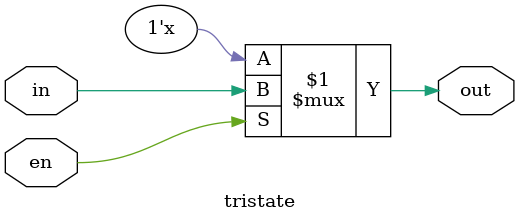
<source format=v>
module tristate(/*AUTOARG*/
   // Outputs
   out,
   // Inputs
   in, en
   );
   parameter
     width = 1;
   output wire [width-1:0] out;
   input [width-1:0]       in;
   input                   en;

   assign out = (en) ? in : {width{1'bz}};
   
endmodule // tristate

</source>
